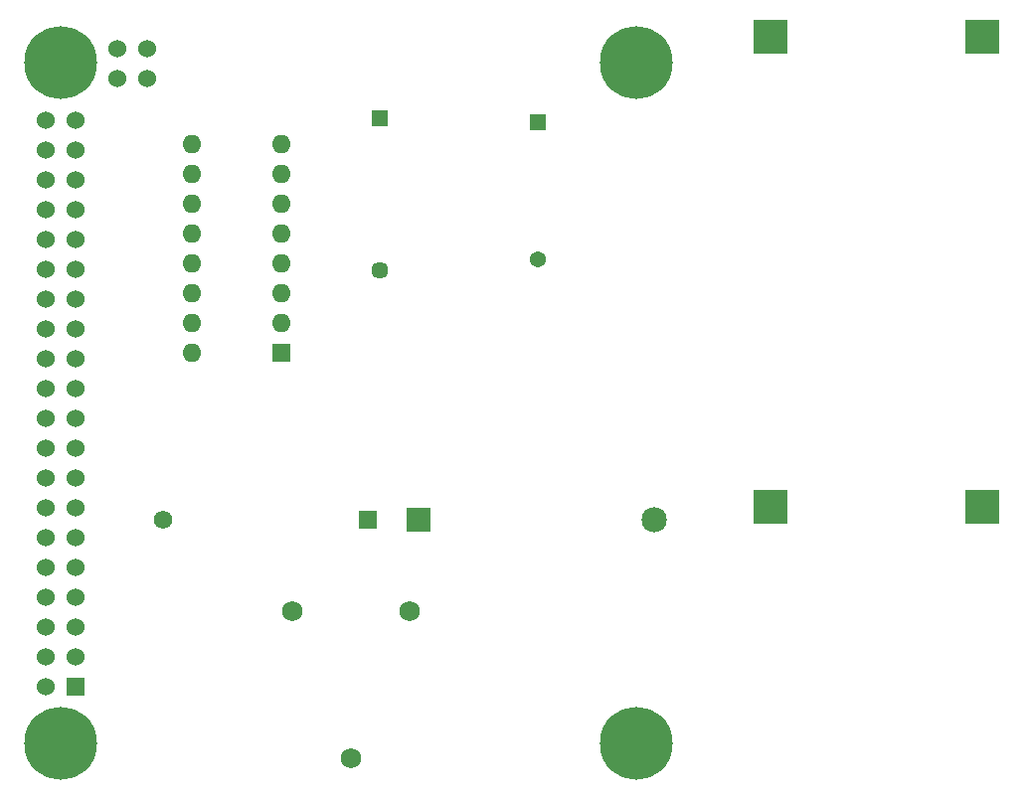
<source format=gbr>
%TF.GenerationSoftware,KiCad,Pcbnew,(7.0.0)*%
%TF.CreationDate,2023-04-04T12:28:07-04:00*%
%TF.ProjectId,scm-pcb,73636d2d-7063-4622-9e6b-696361645f70,2*%
%TF.SameCoordinates,Original*%
%TF.FileFunction,Soldermask,Top*%
%TF.FilePolarity,Negative*%
%FSLAX46Y46*%
G04 Gerber Fmt 4.6, Leading zero omitted, Abs format (unit mm)*
G04 Created by KiCad (PCBNEW (7.0.0)) date 2023-04-04 12:28:07*
%MOMM*%
%LPD*%
G01*
G04 APERTURE LIST*
%ADD10R,1.524000X1.524000*%
%ADD11C,1.524000*%
%ADD12C,6.200000*%
%ADD13R,1.447800X1.447800*%
%ADD14C,1.447800*%
%ADD15C,1.752600*%
%ADD16R,1.574800X1.574800*%
%ADD17C,1.574800*%
%ADD18R,1.600000X1.600000*%
%ADD19O,1.600000X1.600000*%
%ADD20R,3.000000X3.000000*%
%ADD21R,1.371600X1.371600*%
%ADD22C,1.371600*%
%ADD23R,2.159000X2.159000*%
%ADD24C,2.159000*%
G04 APERTURE END LIST*
D10*
%TO.C,J1*%
X105431999Y-120947999D03*
D11*
X102892000Y-120948000D03*
X105432000Y-118408000D03*
X102892000Y-118408000D03*
X105432000Y-115868000D03*
X102892000Y-115868000D03*
X105432000Y-113328000D03*
X102892000Y-113328000D03*
X105432000Y-110788000D03*
X102892000Y-110788000D03*
X105432000Y-108248000D03*
X102892000Y-108248000D03*
X105432000Y-105708000D03*
X102892000Y-105708000D03*
X105432000Y-103168000D03*
X102892000Y-103168000D03*
X105432000Y-100628000D03*
X102892000Y-100628000D03*
X105432000Y-98088000D03*
X102892000Y-98088000D03*
X105432000Y-95548000D03*
X102892000Y-95548000D03*
X105432000Y-93008000D03*
X102892000Y-93008000D03*
X105432000Y-90468000D03*
X102892000Y-90468000D03*
X105432000Y-87928000D03*
X102892000Y-87928000D03*
X105432000Y-85388000D03*
X102892000Y-85388000D03*
X105432000Y-82848000D03*
X102892000Y-82848000D03*
X105432000Y-80308000D03*
X102892000Y-80308000D03*
X105432000Y-77768000D03*
X102892000Y-77768000D03*
X105432000Y-75228000D03*
X102892000Y-75228000D03*
X105432000Y-72688000D03*
X102892000Y-72688000D03*
X111555000Y-66588000D03*
X109015000Y-66588000D03*
X111555000Y-69128000D03*
X109015000Y-69128000D03*
D12*
X104162000Y-125818000D03*
X104162000Y-67818000D03*
X153162000Y-67818000D03*
X153162000Y-125818000D03*
%TD*%
D13*
%TO.C,R3*%
X131317999Y-72548949D03*
D14*
X131318000Y-85502950D03*
%TD*%
D15*
%TO.C,C1*%
X128858000Y-127054001D03*
X133858000Y-114554000D03*
X123858000Y-114554000D03*
%TD*%
D16*
%TO.C,R1*%
X130352599Y-106719999D03*
D17*
X112852000Y-106720000D03*
%TD*%
D18*
%TO.C,U2*%
X122984999Y-92495999D03*
D19*
X122984999Y-89955999D03*
X122984999Y-87415999D03*
X122984999Y-84875999D03*
X122984999Y-82335999D03*
X122984999Y-79795999D03*
X122984999Y-77255999D03*
X122984999Y-74715999D03*
X115364999Y-74715999D03*
X115364999Y-77255999D03*
X115364999Y-79795999D03*
X115364999Y-82335999D03*
X115364999Y-84875999D03*
X115364999Y-87415999D03*
X115364999Y-89955999D03*
X115364999Y-92495999D03*
%TD*%
D20*
%TO.C,REF\u002A\u002A*%
X164566599Y-105640599D03*
X182600599Y-105640599D03*
X164591999Y-65559399D03*
X182651399Y-65610199D03*
%TD*%
D21*
%TO.C,R2*%
X144779999Y-72897999D03*
D22*
X144780000Y-84582000D03*
%TD*%
D23*
%TO.C,D1*%
X134656749Y-106719999D03*
D24*
X154722750Y-106720000D03*
%TD*%
M02*

</source>
